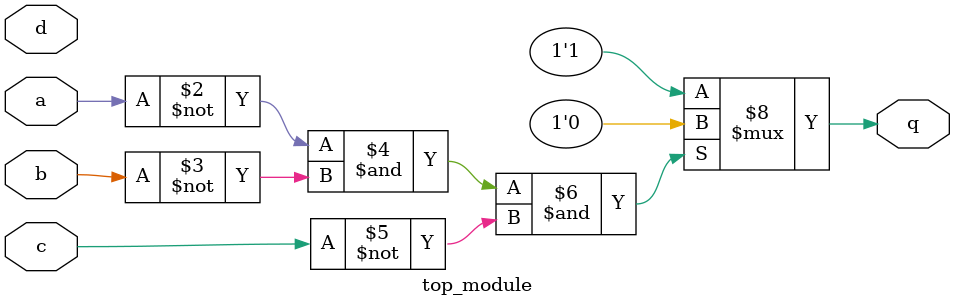
<source format=sv>
module top_module (
	input a, 
	input b, 
	input c, 
	input d,
	output reg q
);
	
	always @*
	begin
		if (~a & ~b & ~c)
			q = 0;
		else
			q = 1;
	end

endmodule

</source>
